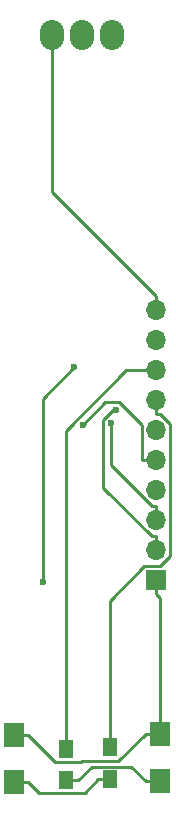
<source format=gtl>
G04 #@! TF.FileFunction,Copper,L1,Top,Signal*
%FSLAX46Y46*%
G04 Gerber Fmt 4.6, Leading zero omitted, Abs format (unit mm)*
G04 Created by KiCad (PCBNEW 4.0.7-e2-6376~58~ubuntu16.04.1) date Tue Jun 26 14:16:29 2018*
%MOMM*%
%LPD*%
G01*
G04 APERTURE LIST*
%ADD10C,0.100000*%
%ADD11R,1.300000X1.500000*%
%ADD12R,1.700000X2.000000*%
%ADD13O,2.032000X2.540000*%
%ADD14R,1.700000X1.700000*%
%ADD15O,1.700000X1.700000*%
%ADD16C,0.600000*%
%ADD17C,0.250000*%
G04 APERTURE END LIST*
D10*
D11*
X170700000Y-105350000D03*
X170700000Y-102650000D03*
X174400000Y-105250000D03*
X174400000Y-102550000D03*
D12*
X178600000Y-105400000D03*
X178600000Y-101400000D03*
X166300000Y-101500000D03*
X166300000Y-105500000D03*
D13*
X172000000Y-42200000D03*
X174540000Y-42200000D03*
X169460000Y-42200000D03*
D14*
X178300000Y-88400000D03*
D15*
X178300000Y-85860000D03*
X178300000Y-83320000D03*
X178300000Y-80780000D03*
X178300000Y-78240000D03*
X178300000Y-75700000D03*
X178300000Y-73160000D03*
X178300000Y-70620000D03*
X178300000Y-68080000D03*
X178300000Y-65540000D03*
D16*
X168700100Y-88509600D03*
X171373400Y-70381300D03*
X174879100Y-73973300D03*
X174463800Y-75068400D03*
X172095700Y-75214300D03*
D17*
X178600000Y-89875300D02*
X178600000Y-101400000D01*
X178300000Y-89575300D02*
X178600000Y-89875300D01*
X178300000Y-88400000D02*
X178300000Y-89575300D01*
X175100500Y-103724200D02*
X177424700Y-101400000D01*
X172047600Y-103724200D02*
X175100500Y-103724200D01*
X171990900Y-103780900D02*
X172047600Y-103724200D01*
X169756200Y-103780900D02*
X171990900Y-103780900D01*
X167475300Y-101500000D02*
X169756200Y-103780900D01*
X166300000Y-101500000D02*
X167475300Y-101500000D01*
X178600000Y-101400000D02*
X177424700Y-101400000D01*
X168700100Y-73054600D02*
X171373400Y-70381300D01*
X168700100Y-88509600D02*
X168700100Y-73054600D01*
X172850700Y-104174600D02*
X171675300Y-105350000D01*
X176199300Y-104174600D02*
X172850700Y-104174600D01*
X177424700Y-105400000D02*
X176199300Y-104174600D01*
X178600000Y-105400000D02*
X177424700Y-105400000D01*
X170700000Y-105350000D02*
X171675300Y-105350000D01*
X170700000Y-75724600D02*
X170700000Y-102650000D01*
X175804600Y-70620000D02*
X170700000Y-75724600D01*
X178300000Y-70620000D02*
X175804600Y-70620000D01*
X172249300Y-106425400D02*
X173424700Y-105250000D01*
X168400700Y-106425400D02*
X172249300Y-106425400D01*
X167475300Y-105500000D02*
X168400700Y-106425400D01*
X166300000Y-105500000D02*
X167475300Y-105500000D01*
X174400000Y-105250000D02*
X173424700Y-105250000D01*
X174400000Y-90138100D02*
X174400000Y-102550000D01*
X177313500Y-87224600D02*
X174400000Y-90138100D01*
X178635700Y-87224600D02*
X177313500Y-87224600D01*
X179507200Y-86353100D02*
X178635700Y-87224600D01*
X179507200Y-75175200D02*
X179507200Y-86353100D01*
X178667300Y-74335300D02*
X179507200Y-75175200D01*
X178300000Y-74335300D02*
X178667300Y-74335300D01*
X178300000Y-73160000D02*
X178300000Y-74335300D01*
X177932700Y-84684700D02*
X178300000Y-84684700D01*
X173809100Y-80561100D02*
X177932700Y-84684700D01*
X173809100Y-74820100D02*
X173809100Y-80561100D01*
X174655900Y-73973300D02*
X173809100Y-74820100D01*
X174879100Y-73973300D02*
X174655900Y-73973300D01*
X178300000Y-85860000D02*
X178300000Y-84684700D01*
X177932700Y-82144700D02*
X178300000Y-82144700D01*
X174463800Y-78675800D02*
X177932700Y-82144700D01*
X174463800Y-75068400D02*
X174463800Y-78675800D01*
X178300000Y-83320000D02*
X178300000Y-82144700D01*
X178300000Y-78240000D02*
X177124700Y-78240000D01*
X173973300Y-73336700D02*
X172095700Y-75214300D01*
X175191000Y-73336700D02*
X173973300Y-73336700D01*
X177124700Y-75270400D02*
X175191000Y-73336700D01*
X177124700Y-78240000D02*
X177124700Y-75270400D01*
X169460000Y-55524700D02*
X169460000Y-42200000D01*
X178300000Y-64364700D02*
X169460000Y-55524700D01*
X178300000Y-65540000D02*
X178300000Y-64364700D01*
M02*

</source>
